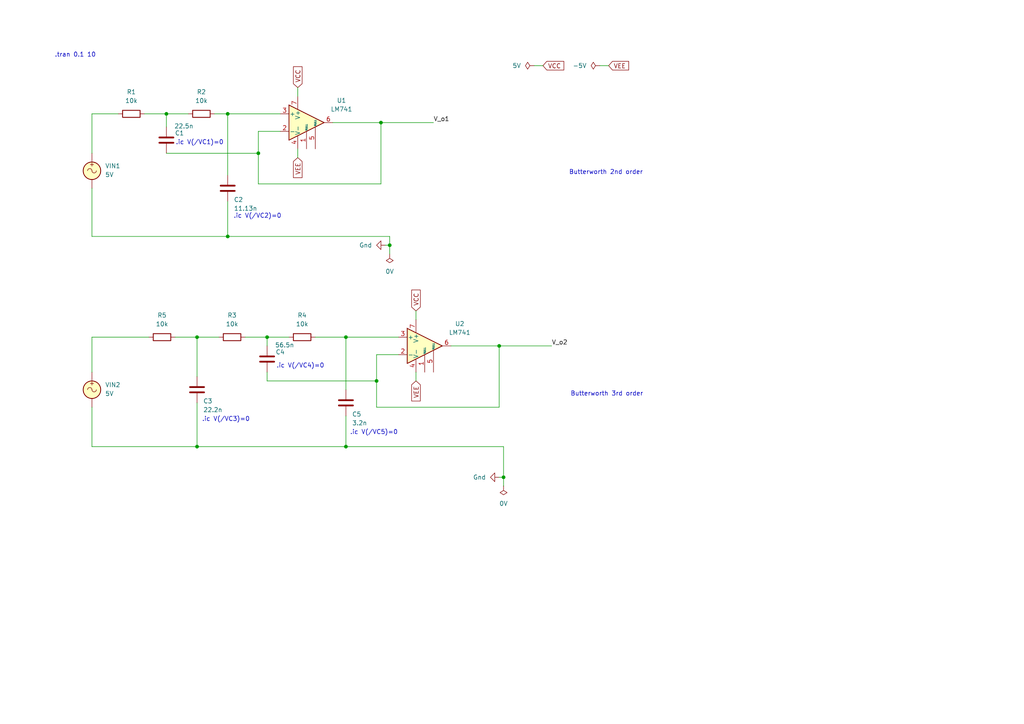
<source format=kicad_sch>
(kicad_sch (version 20250114) (generator "eeschema") (generator_version "9.0")
  (paper "A4")
  (lib_symbols
    (symbol "Amplifier_Operational:LM741" (pin_names (offset 0.127))
      (property "Reference" "U" (at 0 6.35 0))
      (property "Value" "LM741" (at 0 3.81 0))
      (symbol "LM741_0_1"
        (polyline (pts (xy -5.08 5.08) (xy 5.08 0) (xy -5.08 -5.08) (xy -5.08 5.08)) (stroke (width 0.254)) (fill (type background)))
      )
      (symbol "LM741_1_1"
        (pin input line (at -7.62 2.54 0) (length 2.54) (name "+") (number "3"))
        (pin input line (at -7.62 -2.54 0) (length 2.54) (name "-") (number "2"))
        (pin power_in line (at -2.54 7.62 270) (length 3.81) (name "V+") (number "7"))
        (pin power_in line (at -2.54 -7.62 90) (length 3.81) (name "V-") (number "4"))
        (pin no_connect line (at 0 2.54 270) (length 2.54) (hide yes) (name "NC") (number "8"))
        (pin input line (at 0 -7.62 90) (length 5.08) (name "NULL") (number "1"))
        (pin input line (at 2.54 -7.62 90) (length 6.35) (name "NULL") (number "5"))
        (pin output line (at 7.62 0 180) (length 2.54) (name "~") (number "6"))
      )
    )
    (symbol "Device:C" (pin_numbers (hide yes)) (pin_names (offset 0.254))
      (property "Reference" "C" (at 0.635 2.54 0))
      (property "Value" "C" (at 0.635 -2.54 0))
      (symbol "C_0_1"
        (polyline (pts (xy -2.032 0.762) (xy 2.032 0.762)) (stroke (width 0.508)))
        (polyline (pts (xy -2.032 -0.762) (xy 2.032 -0.762)) (stroke (width 0.508)))
      )
      (symbol "C_1_1"
        (pin passive line (at 0 3.81 270) (length 2.794) (name "~") (number "1"))
        (pin passive line (at 0 -3.81 90) (length 2.794) (name "~") (number "2"))
      )
    )
    (symbol "Device:R" (pin_numbers (hide yes)) (pin_names (offset 0))
      (property "Reference" "R" (at 2.032 0 90))
      (property "Value" "R" (at 0 0 90))
      (symbol "R_0_1"
        (rectangle (start -1.016 -2.54) (end 1.016 2.54) (stroke (width 0.254)))
      )
      (symbol "R_1_1"
        (pin passive line (at 0 3.81 270) (length 1.27) (name "~") (number "1"))
        (pin passive line (at 0 -3.81 90) (length 1.27) (name "~") (number "2"))
      )
    )
    (symbol "Simulation_SPICE:VSIN" (pin_numbers (hide yes)) (pin_names (offset 0.0254))
      (property "Reference" "V" (at 2.54 2.54 0))
      (property "Value" "VSIN" (at 2.54 0 0))
      (property "Sim.Params" "dc=0 ampl=1 f=1k ac=1" (at 2.54 -2.54 0))
      (symbol "VSIN_0_0"
        (arc (start -1.27 0) (mid -0.635 0.6323) (end 0 0))
        (arc (start 1.27 0) (mid 0.635 -0.6323) (end 0 0))
        (text "+" (at 0 1.905 0) (effects (font (size 1.27 1.27))))
      )
      (symbol "VSIN_0_1"
        (circle (center 0 0) (radius 2.54) (stroke (width 0.254)) (fill (type background)))
      )
      (symbol "VSIN_1_1"
        (pin passive line (at 0 5.08 270) (length 2.54) (name "~") (number "1"))
        (pin passive line (at 0 -5.08 90) (length 2.54) (name "~") (number "2"))
      )
    )
    (symbol "power:GND" (power) (pin_numbers (hide yes)) (pin_names (offset 0) (hide yes))
      (property "Value" "GND" (at 0 -3.81 0))
      (symbol "GND_0_1"
        (polyline (pts (xy 0 0) (xy 0 -1.27) (xy 1.27 -1.27) (xy 0 -2.54) (xy -1.27 -1.27) (xy 0 -1.27)))
      )
      (symbol "GND_1_1"
        (pin power_in line (at 0 0 270) (length 0) (name "~") (number "1"))
      )
    )
    (symbol "power:PWR_FLAG" (power) (pin_numbers (hide yes)) (pin_names (offset 0) (hide yes))
      (property "Value" "PWR_FLAG" (at 0 3.81 0))
      (symbol "PWR_FLAG_0_0"
        (pin power_out line (at 0 0 90) (length 0) (name "~") (number "1"))
      )
      (symbol "PWR_FLAG_0_1"
        (polyline (pts (xy 0 0) (xy 0 1.27) (xy -1.016 1.905) (xy 0 2.54) (xy 1.016 1.905) (xy 0 1.27)))
      )
    )
  )
  (text ".ic V(/VC5)=0" (at 108.458 125.476 0) (effects (font (size 1.27 1.27))))
  (text ".ic V(/VC4)=0" (at 87.122 106.172 0) (effects (font (size 1.27 1.27))))
  (text ".tran 0.1 10" (at 21.844 16.002 0) (effects (font (size 1.27 1.27))))
  (text ".ic V(/VC1)=0" (at 57.912 41.402 0) (effects (font (size 1.27 1.27))))
  (text "Butterworth 2nd order" (at 175.768 50.038 0) (effects (font (size 1.27 1.27))))
  (text ".ic V(/VC2)=0" (at 74.676 62.738 0) (effects (font (size 1.27 1.27))))
  (text ".ic V(/VC3)=0" (at 65.532 121.666 0) (effects (font (size 1.27 1.27))))
  (text "Butterworth 3rd order" (at 176.022 114.3 0) (effects (font (size 1.27 1.27))))
  (junction (at 48.26 33.02))
  (junction (at 109.22 110.49))
  (junction (at 100.33 129.54))
  (junction (at 57.15 129.54))
  (junction (at 66.04 33.02))
  (junction (at 100.33 97.79))
  (junction (at 66.04 68.58))
  (junction (at 144.78 100.33))
  (junction (at 77.47 97.79))
  (junction (at 74.93 44.45))
  (junction (at 57.15 97.79))
  (junction (at 146.05 138.43))
  (junction (at 110.49 35.56))
  (junction (at 113.03 71.12))
  (wire (pts (xy 110.49 35.56) (xy 96.52 35.56)))
  (wire (pts (xy 48.26 33.02) (xy 48.26 36.83)))
  (wire (pts (xy 77.47 110.49) (xy 109.22 110.49)))
  (wire (pts (xy 26.67 33.02) (xy 26.67 44.45)))
  (wire (pts (xy 91.44 97.79) (xy 100.33 97.79)))
  (wire (pts (xy 86.36 25.4) (xy 86.36 27.94)))
  (wire (pts (xy 41.91 33.02) (xy 48.26 33.02)))
  (wire (pts (xy 74.93 44.45) (xy 74.93 53.34)))
  (wire (pts (xy 113.03 68.58) (xy 113.03 71.12)))
  (wire (pts (xy 77.47 97.79) (xy 77.47 100.33)))
  (wire (pts (xy 100.33 129.54) (xy 146.05 129.54)))
  (wire (pts (xy 48.26 44.45) (xy 74.93 44.45)))
  (wire (pts (xy 66.04 33.02) (xy 62.23 33.02)))
  (wire (pts (xy 77.47 97.79) (xy 83.82 97.79)))
  (wire (pts (xy 57.15 129.54) (xy 100.33 129.54)))
  (wire (pts (xy 48.26 33.02) (xy 54.61 33.02)))
  (wire (pts (xy 113.03 71.12) (xy 113.03 73.66)))
  (wire (pts (xy 100.33 97.79) (xy 115.57 97.79)))
  (wire (pts (xy 100.33 120.65) (xy 100.33 129.54)))
  (wire (pts (xy 26.67 33.02) (xy 34.29 33.02)))
  (wire (pts (xy 115.57 102.87) (xy 109.22 102.87)))
  (wire (pts (xy 66.04 50.8) (xy 66.04 33.02)))
  (wire (pts (xy 57.15 97.79) (xy 63.5 97.79)))
  (wire (pts (xy 110.49 35.56) (xy 125.73 35.56)))
  (wire (pts (xy 74.93 38.1) (xy 74.93 44.45)))
  (wire (pts (xy 109.22 110.49) (xy 109.22 118.11)))
  (wire (pts (xy 144.78 138.43) (xy 146.05 138.43)))
  (wire (pts (xy 144.78 100.33) (xy 160.02 100.33)))
  (wire (pts (xy 26.67 68.58) (xy 66.04 68.58)))
  (wire (pts (xy 81.28 38.1) (xy 74.93 38.1)))
  (wire (pts (xy 71.12 97.79) (xy 77.47 97.79)))
  (wire (pts (xy 26.67 129.54) (xy 57.15 129.54)))
  (wire (pts (xy 66.04 58.42) (xy 66.04 68.58)))
  (wire (pts (xy 109.22 118.11) (xy 144.78 118.11)))
  (wire (pts (xy 146.05 138.43) (xy 146.05 140.97)))
  (wire (pts (xy 144.78 118.11) (xy 144.78 100.33)))
  (wire (pts (xy 26.67 118.11) (xy 26.67 129.54)))
  (wire (pts (xy 110.49 53.34) (xy 110.49 35.56)))
  (wire (pts (xy 66.04 68.58) (xy 113.03 68.58)))
  (wire (pts (xy 111.76 71.12) (xy 113.03 71.12)))
  (wire (pts (xy 74.93 53.34) (xy 110.49 53.34)))
  (wire (pts (xy 77.47 110.49) (xy 77.47 107.95)))
  (wire (pts (xy 154.94 19.05) (xy 157.48 19.05)))
  (wire (pts (xy 26.67 97.79) (xy 43.18 97.79)))
  (wire (pts (xy 26.67 54.61) (xy 26.67 68.58)))
  (wire (pts (xy 173.99 19.05) (xy 176.53 19.05)))
  (wire (pts (xy 100.33 113.03) (xy 100.33 97.79)))
  (wire (pts (xy 26.67 107.95) (xy 26.67 97.79)))
  (wire (pts (xy 120.65 90.17) (xy 120.65 92.71)))
  (wire (pts (xy 57.15 116.84) (xy 57.15 129.54)))
  (wire (pts (xy 144.78 100.33) (xy 130.81 100.33)))
  (wire (pts (xy 146.05 129.54) (xy 146.05 138.43)))
  (wire (pts (xy 120.65 107.95) (xy 120.65 110.49)))
  (wire (pts (xy 66.04 33.02) (xy 81.28 33.02)))
  (wire (pts (xy 50.8 97.79) (xy 57.15 97.79)))
  (wire (pts (xy 109.22 102.87) (xy 109.22 110.49)))
  (wire (pts (xy 86.36 43.18) (xy 86.36 45.72)))
  (wire (pts (xy 57.15 97.79) (xy 57.15 109.22)))
  (label "V_o1" (at 125.73 35.56 0))
  (label "V_o2" (at 160.02 100.33 0))
  (global_label "VEE" (shape input) (at 120.65 110.49 270) (property "Intersheetrefs" "${INTERSHEET_REFS}" (effects (hide yes))))
  (global_label "VEE" (shape input) (at 86.36 45.72 270) (property "Intersheetrefs" "${INTERSHEET_REFS}" (effects (hide yes))))
  (global_label "VCC" (shape input) (at 157.48 19.05 0) (property "Intersheetrefs" "${INTERSHEET_REFS}" (effects (hide yes))))
  (global_label "VCC" (shape input) (at 120.65 90.17 90) (property "Intersheetrefs" "${INTERSHEET_REFS}" (effects (hide yes))))
  (global_label "VCC" (shape input) (at 86.36 25.4 90) (property "Intersheetrefs" "${INTERSHEET_REFS}" (effects (hide yes))))
  (global_label "VEE" (shape input) (at 176.53 19.05 0) (property "Intersheetrefs" "${INTERSHEET_REFS}" (effects (hide yes))))
  (symbol (lib_id "Device:C") (at 57.15 113.03 0) (unit 1)
    (property "Reference" "C3" (at 58.928 116.332 0) (effects (justify left)))
    (property "Value" "22.2n" (at 58.928 118.872 0) (effects (justify left)))
    (property "Description" "Unpolarized capacitor" (effects (hide yes)))
  )
  (symbol (lib_id "power:GND") (at 144.78 138.43 270) (unit 1)
    (property "Reference" "#PWR01" (effects (hide yes)))
    (property "Value" "Gnd" (at 140.97 138.4299 90) (effects (justify right)))
    (property "Description" "Power symbol creates a global label with name \"GND\" , ground" (effects (hide yes)))
  )
  (symbol (lib_id "Amplifier_Operational:LM741") (at 88.9 35.56 0) (unit 1)
    (property "Reference" "U1" (at 99.06 29.1398 0))
    (property "Value" "LM741" (at 99.06 31.6798 0))
    (property "Datasheet" "http://www.ti.com/lit/ds/symlink/lm741.pdf" (effects (hide yes)))
    (property "Description" "Operational Amplifier, DIP-8/TO-99-8" (effects (hide yes)))
    (property "Sim.Library" "/home/kjetil/kicad/lm741.lib" (effects (hide yes)))
    (property "Sim.Name" "LM741" (effects (hide yes)))
    (property "Sim.Device" "SUBCKT" (effects (hide yes)))
    (property "Sim.Pins" "1=1 2=2 3=99 4=50 5=28" (effects (hide yes)))
  )
  (symbol (lib_id "Device:R") (at 58.42 33.02 90) (unit 1)
    (property "Reference" "R2" (at 58.42 26.67 90))
    (property "Value" "10k" (at 58.42 29.21 90))
    (property "Description" "Resistor" (effects (hide yes)))
  )
  (symbol (lib_id "Device:R") (at 38.1 33.02 90) (unit 1)
    (property "Reference" "R1" (at 38.1 26.67 90))
    (property "Value" "10k" (at 38.1 29.21 90))
    (property "Description" "Resistor" (effects (hide yes)))
  )
  (symbol (lib_id "Simulation_SPICE:VSIN") (at 26.67 49.53 0) (unit 1)
    (property "Reference" "VIN1" (at 30.48 48.1301 0) (effects (justify left)))
    (property "Value" "5V" (at 30.48 50.6701 0) (effects (justify left)))
    (property "Datasheet" "https://ngspice.sourceforge.io/docs/ngspice-html-manual/manual.xhtml#sec_Independent_Sources_for" (effects (hide yes)))
    (property "Description" "Voltage source, sinusoidal" (effects (hide yes)))
    (property "Sim.Pins" "1=+ 2=-" (effects (hide yes)))
    (property "Sim.Params" "dc=0 ampl=5 f=1000 td=0 theta=0 phase=0 ac=5" (effects (hide yes)))
    (property "Sim.Type" "SIN" (effects (hide yes)))
    (property "Sim.Device" "V" (effects (hide yes)))
  )
  (symbol (lib_id "power:PWR_FLAG") (at 113.03 73.66 180) (unit 1)
    (property "Reference" "#FLG02" (effects (hide yes)))
    (property "Value" "0V" (at 113.03 78.74 0))
    (property "Description" "Special symbol for telling ERC where power comes from" (effects (hide yes)))
  )
  (symbol (lib_id "Device:C") (at 48.26 40.64 180) (unit 1)
    (property "Reference" "C1" (at 52.07 38.608 0))
    (property "Value" "22.5n" (at 53.34 36.576 0))
    (property "Description" "Unpolarized capacitor" (effects (hide yes)))
  )
  (symbol (lib_id "Device:C") (at 77.47 104.14 180) (unit 1)
    (property "Reference" "C4" (at 81.28 102.108 0))
    (property "Value" "56.5n" (at 82.55 100.076 0))
    (property "Description" "Unpolarized capacitor" (effects (hide yes)))
  )
  (symbol (lib_id "Amplifier_Operational:LM741") (at 123.19 100.33 0) (unit 1)
    (property "Reference" "U2" (at 133.35 93.9098 0))
    (property "Value" "LM741" (at 133.35 96.4498 0))
    (property "Datasheet" "http://www.ti.com/lit/ds/symlink/lm741.pdf" (effects (hide yes)))
    (property "Description" "Operational Amplifier, DIP-8/TO-99-8" (effects (hide yes)))
    (property "Sim.Library" "/home/kjetil/kicad/lm741.lib" (effects (hide yes)))
    (property "Sim.Name" "LM741" (effects (hide yes)))
    (property "Sim.Device" "SUBCKT" (effects (hide yes)))
    (property "Sim.Pins" "1=1 2=2 3=99 4=50 5=28" (effects (hide yes)))
  )
  (symbol (lib_id "Device:R") (at 46.99 97.79 90) (unit 1)
    (property "Reference" "R5" (at 46.99 91.44 90))
    (property "Value" "10k" (at 46.99 93.98 90))
    (property "Description" "Resistor" (effects (hide yes)))
  )
  (symbol (lib_id "Simulation_SPICE:VSIN") (at 26.67 113.03 0) (unit 1)
    (property "Reference" "VIN2" (at 30.48 111.6301 0) (effects (justify left)))
    (property "Value" "5V" (at 30.48 114.1701 0) (effects (justify left)))
    (property "Datasheet" "https://ngspice.sourceforge.io/docs/ngspice-html-manual/manual.xhtml#sec_Independent_Sources_for" (effects (hide yes)))
    (property "Description" "Voltage source, sinusoidal" (effects (hide yes)))
    (property "Sim.Pins" "1=+ 2=-" (effects (hide yes)))
    (property "Sim.Params" "dc=0 ampl=5 f=1000 td=0 theta=0 phase=0 ac=5" (effects (hide yes)))
    (property "Sim.Type" "SIN" (effects (hide yes)))
    (property "Sim.Device" "V" (effects (hide yes)))
  )
  (symbol (lib_id "Device:R") (at 87.63 97.79 90) (unit 1)
    (property "Reference" "R4" (at 87.63 91.44 90))
    (property "Value" "10k" (at 87.63 93.98 90))
    (property "Description" "Resistor" (effects (hide yes)))
  )
  (symbol (lib_id "power:PWR_FLAG") (at 154.94 19.05 90) (unit 1)
    (property "Reference" "#FLG01" (effects (hide yes)))
    (property "Value" "5V" (at 151.13 19.0499 90) (effects (justify left)))
    (property "Description" "Special symbol for telling ERC where power comes from" (effects (hide yes)))
  )
  (symbol (lib_id "power:PWR_FLAG") (at 173.99 19.05 90) (unit 1)
    (property "Reference" "#FLG03" (effects (hide yes)))
    (property "Value" "-5V" (at 170.18 19.0499 90) (effects (justify left)))
    (property "Description" "Special symbol for telling ERC where power comes from" (effects (hide yes)))
  )
  (symbol (lib_id "power:PWR_FLAG") (at 146.05 140.97 180) (unit 1)
    (property "Reference" "#FLG04" (effects (hide yes)))
    (property "Value" "0V" (at 146.05 146.05 0))
    (property "Description" "Special symbol for telling ERC where power comes from" (effects (hide yes)))
  )
  (symbol (lib_id "Device:C") (at 100.33 116.84 0) (unit 1)
    (property "Reference" "C5" (at 102.108 120.142 0) (effects (justify left)))
    (property "Value" "3.2n" (at 102.108 122.682 0) (effects (justify left)))
    (property "Description" "Unpolarized capacitor" (effects (hide yes)))
  )
  (symbol (lib_id "Device:R") (at 67.31 97.79 90) (unit 1)
    (property "Reference" "R3" (at 67.31 91.44 90))
    (property "Value" "10k" (at 67.31 93.98 90))
    (property "Description" "Resistor" (effects (hide yes)))
  )
  (symbol (lib_id "Device:C") (at 66.04 54.61 0) (unit 1)
    (property "Reference" "C2" (at 67.818 57.912 0) (effects (justify left)))
    (property "Value" "11.13n" (at 67.818 60.452 0) (effects (justify left)))
    (property "Description" "Unpolarized capacitor" (effects (hide yes)))
  )
  (symbol (lib_id "power:GND") (at 111.76 71.12 270) (unit 1)
    (property "Reference" "#PWR02" (effects (hide yes)))
    (property "Value" "Gnd" (at 107.95 71.1199 90) (effects (justify right)))
    (property "Description" "Power symbol creates a global label with name \"GND\" , ground" (effects (hide yes)))
  )
)
</source>
